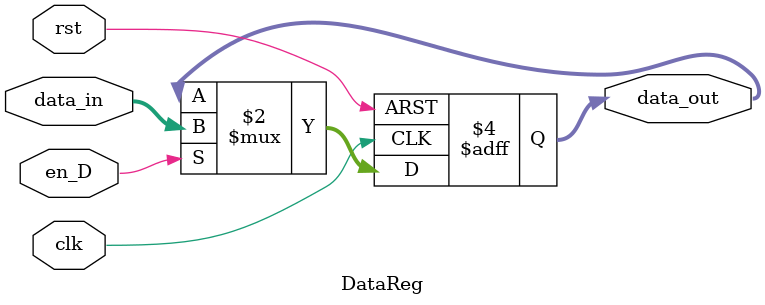
<source format=sv>
module DataReg (
    input  logic clk,
    input  logic rst,
    input  logic en_D,
    input  logic [8:0] data_in,
    output logic [8:0] data_out
);
    always_ff @(posedge clk or posedge rst) begin
        if (rst) begin
            data_out <= 0;
        end else if (en_D) begin
            data_out <= data_in;
        end
    end
endmodule
</source>
